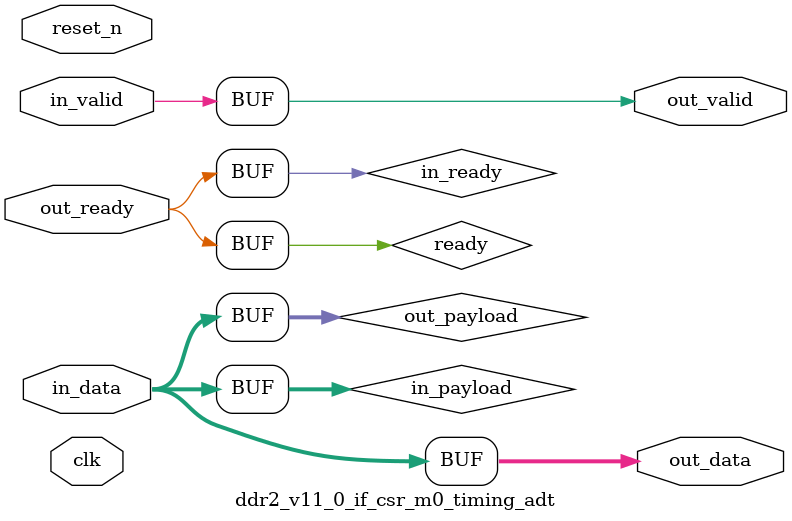
<source format=v>

`timescale 1ns / 100ps
module ddr2_v11_0_if_csr_m0_timing_adt (
    
      // Interface: clk
      input              clk,
      // Interface: reset
      input              reset_n,
      // Interface: in
      input              in_valid,
      input      [ 7: 0] in_data,
      // Interface: out
      output reg         out_valid,
      output reg [ 7: 0] out_data,
      input              out_ready
);




   // ---------------------------------------------------------------------
   //| Signal Declarations
   // ---------------------------------------------------------------------

   reg  [ 7: 0] in_payload;
   reg  [ 7: 0] out_payload;
   reg  [ 0: 0] ready;
   reg          in_ready;
   // synthesis translate_off
   always @(negedge in_ready) begin
      $display("%m: The downstream component is backpressuring by deasserting ready, but the upstream component can't be backpressured.");
   end
   // synthesis translate_on   


   // ---------------------------------------------------------------------
   //| Payload Mapping
   // ---------------------------------------------------------------------
   always @* begin
     in_payload = {in_data};
     {out_data} = out_payload;
   end

   // ---------------------------------------------------------------------
   //| Ready & valid signals.
   // ---------------------------------------------------------------------
   always @* begin
     ready[0] = out_ready;
     out_valid = in_valid;
     out_payload = in_payload;
     in_ready = ready[0];
   end




endmodule


</source>
